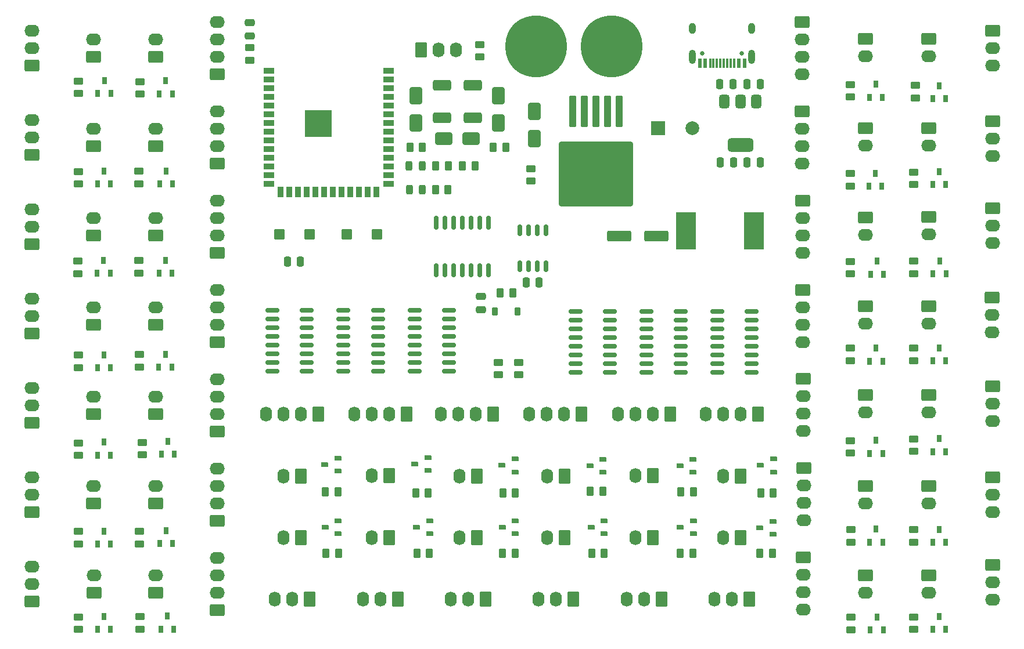
<source format=gbr>
%TF.GenerationSoftware,KiCad,Pcbnew,9.0.0*%
%TF.CreationDate,2025-03-15T02:30:36-06:00*%
%TF.ProjectId,ParallelValveController,50617261-6c6c-4656-9c56-616c7665436f,rev?*%
%TF.SameCoordinates,Original*%
%TF.FileFunction,Soldermask,Top*%
%TF.FilePolarity,Negative*%
%FSLAX46Y46*%
G04 Gerber Fmt 4.6, Leading zero omitted, Abs format (unit mm)*
G04 Created by KiCad (PCBNEW 9.0.0) date 2025-03-15 02:30:36*
%MOMM*%
%LPD*%
G01*
G04 APERTURE LIST*
G04 Aperture macros list*
%AMRoundRect*
0 Rectangle with rounded corners*
0 $1 Rounding radius*
0 $2 $3 $4 $5 $6 $7 $8 $9 X,Y pos of 4 corners*
0 Add a 4 corners polygon primitive as box body*
4,1,4,$2,$3,$4,$5,$6,$7,$8,$9,$2,$3,0*
0 Add four circle primitives for the rounded corners*
1,1,$1+$1,$2,$3*
1,1,$1+$1,$4,$5*
1,1,$1+$1,$6,$7*
1,1,$1+$1,$8,$9*
0 Add four rect primitives between the rounded corners*
20,1,$1+$1,$2,$3,$4,$5,0*
20,1,$1+$1,$4,$5,$6,$7,0*
20,1,$1+$1,$6,$7,$8,$9,0*
20,1,$1+$1,$8,$9,$2,$3,0*%
G04 Aperture macros list end*
%ADD10RoundRect,0.112500X0.387500X-0.262500X0.387500X0.262500X-0.387500X0.262500X-0.387500X-0.262500X0*%
%ADD11RoundRect,0.250000X0.620000X0.845000X-0.620000X0.845000X-0.620000X-0.845000X0.620000X-0.845000X0*%
%ADD12O,1.740000X2.190000*%
%ADD13RoundRect,0.250000X-0.845000X0.620000X-0.845000X-0.620000X0.845000X-0.620000X0.845000X0.620000X0*%
%ADD14O,2.190000X1.740000*%
%ADD15RoundRect,0.150000X-0.850000X-0.150000X0.850000X-0.150000X0.850000X0.150000X-0.850000X0.150000X0*%
%ADD16RoundRect,0.250000X-0.450000X0.262500X-0.450000X-0.262500X0.450000X-0.262500X0.450000X0.262500X0*%
%ADD17RoundRect,0.112500X-0.262500X-0.387500X0.262500X-0.387500X0.262500X0.387500X-0.262500X0.387500X0*%
%ADD18RoundRect,0.225000X-0.575000X-0.525000X0.575000X-0.525000X0.575000X0.525000X-0.575000X0.525000X0*%
%ADD19C,9.000000*%
%ADD20RoundRect,0.250000X0.845000X-0.620000X0.845000X0.620000X-0.845000X0.620000X-0.845000X-0.620000X0*%
%ADD21RoundRect,0.250000X0.650000X-1.000000X0.650000X1.000000X-0.650000X1.000000X-0.650000X-1.000000X0*%
%ADD22RoundRect,0.250000X0.250000X0.475000X-0.250000X0.475000X-0.250000X-0.475000X0.250000X-0.475000X0*%
%ADD23RoundRect,0.250000X-0.262500X-0.450000X0.262500X-0.450000X0.262500X0.450000X-0.262500X0.450000X0*%
%ADD24RoundRect,0.250000X-0.650000X1.000000X-0.650000X-1.000000X0.650000X-1.000000X0.650000X1.000000X0*%
%ADD25RoundRect,0.250000X-0.250000X-0.475000X0.250000X-0.475000X0.250000X0.475000X-0.250000X0.475000X0*%
%ADD26RoundRect,0.250000X-0.300000X2.050000X-0.300000X-2.050000X0.300000X-2.050000X0.300000X2.050000X0*%
%ADD27RoundRect,0.250002X-5.149998X4.449998X-5.149998X-4.449998X5.149998X-4.449998X5.149998X4.449998X0*%
%ADD28RoundRect,0.250000X0.475000X-0.250000X0.475000X0.250000X-0.475000X0.250000X-0.475000X-0.250000X0*%
%ADD29RoundRect,0.250000X-0.620000X-0.845000X0.620000X-0.845000X0.620000X0.845000X-0.620000X0.845000X0*%
%ADD30RoundRect,0.250000X0.450000X-0.262500X0.450000X0.262500X-0.450000X0.262500X-0.450000X-0.262500X0*%
%ADD31RoundRect,0.250000X0.262500X0.450000X-0.262500X0.450000X-0.262500X-0.450000X0.262500X-0.450000X0*%
%ADD32RoundRect,0.249999X1.075001X-0.512501X1.075001X0.512501X-1.075001X0.512501X-1.075001X-0.512501X0*%
%ADD33RoundRect,0.150000X-0.150000X0.837500X-0.150000X-0.837500X0.150000X-0.837500X0.150000X0.837500X0*%
%ADD34RoundRect,0.250000X-1.000000X-0.650000X1.000000X-0.650000X1.000000X0.650000X-1.000000X0.650000X0*%
%ADD35RoundRect,0.375000X-0.375000X0.625000X-0.375000X-0.625000X0.375000X-0.625000X0.375000X0.625000X0*%
%ADD36RoundRect,0.500000X-1.400000X0.500000X-1.400000X-0.500000X1.400000X-0.500000X1.400000X0.500000X0*%
%ADD37RoundRect,0.243750X-0.243750X-0.456250X0.243750X-0.456250X0.243750X0.456250X-0.243750X0.456250X0*%
%ADD38R,2.000000X2.000000*%
%ADD39C,2.000000*%
%ADD40RoundRect,0.150000X-0.150000X0.675000X-0.150000X-0.675000X0.150000X-0.675000X0.150000X0.675000X0*%
%ADD41R,1.500000X0.900000*%
%ADD42R,0.900000X1.500000*%
%ADD43C,0.600000*%
%ADD44R,3.900000X3.900000*%
%ADD45C,0.650000*%
%ADD46R,0.600000X1.450000*%
%ADD47R,0.300000X1.450000*%
%ADD48O,1.000000X2.100000*%
%ADD49O,1.000000X1.600000*%
%ADD50RoundRect,0.250000X-0.475000X0.250000X-0.475000X-0.250000X0.475000X-0.250000X0.475000X0.250000X0*%
%ADD51R,2.900000X5.400000*%
%ADD52RoundRect,0.225000X0.225000X0.375000X-0.225000X0.375000X-0.225000X-0.375000X0.225000X-0.375000X0*%
%ADD53RoundRect,0.249999X-1.075001X0.512501X-1.075001X-0.512501X1.075001X-0.512501X1.075001X0.512501X0*%
%ADD54RoundRect,0.250000X1.500000X0.550000X-1.500000X0.550000X-1.500000X-0.550000X1.500000X-0.550000X0*%
G04 APERTURE END LIST*
D10*
%TO.C,Q13*%
X190350000Y-128800000D03*
X192250000Y-129750000D03*
X192250000Y-127850000D03*
%TD*%
D11*
%TO.C,J51*%
X149100500Y-121250000D03*
D12*
X146560500Y-121250000D03*
%TD*%
D13*
%TO.C,J76*%
X196750000Y-120108333D03*
D14*
X196750000Y-122648333D03*
X196750000Y-125188333D03*
X196750000Y-127728333D03*
%TD*%
D15*
%TO.C,U9*%
X163500000Y-97250000D03*
X163500000Y-98520000D03*
X163500000Y-99790000D03*
X163500000Y-101060000D03*
X163500000Y-102330000D03*
X163500000Y-103600000D03*
X163500000Y-104870000D03*
X163500000Y-106140000D03*
X168500000Y-106140000D03*
X168500000Y-104870000D03*
X168500000Y-103600000D03*
X168500000Y-102330000D03*
X168500000Y-101060000D03*
X168500000Y-99790000D03*
X168500000Y-98520000D03*
X168500000Y-97250000D03*
%TD*%
D11*
%TO.C,J69*%
X126000833Y-112250000D03*
D12*
X123460833Y-112250000D03*
X120920833Y-112250000D03*
X118380833Y-112250000D03*
%TD*%
D16*
%TO.C,R15*%
X212750000Y-141837500D03*
X212750000Y-143662500D03*
%TD*%
D13*
%TO.C,J41*%
X215000000Y-57460000D03*
D14*
X215000000Y-60000000D03*
%TD*%
D16*
%TO.C,R36*%
X99850000Y-89787500D03*
X99850000Y-91612500D03*
%TD*%
D17*
%TO.C,Q2*%
X94750000Y-76700000D03*
X93800000Y-78600000D03*
X95700000Y-78600000D03*
%TD*%
D11*
%TO.C,J50*%
X136280666Y-121230000D03*
D12*
X133740666Y-121230000D03*
%TD*%
D11*
%TO.C,J11*%
X150370500Y-139250000D03*
D12*
X147830500Y-139250000D03*
X145290500Y-139250000D03*
%TD*%
D18*
%TO.C,SW2*%
X130131200Y-85940000D03*
X134500000Y-85940000D03*
%TD*%
D11*
%TO.C,J33*%
X174740167Y-130230000D03*
D12*
X172200167Y-130230000D03*
%TD*%
D11*
%TO.C,J12*%
X163190333Y-139250000D03*
D12*
X160650333Y-139250000D03*
X158110333Y-139250000D03*
%TD*%
D19*
%TO.C,J83*%
X157750000Y-58500000D03*
X168750000Y-58500000D03*
%TD*%
D20*
%TO.C,J22*%
X93238375Y-60020000D03*
D14*
X93238375Y-57480000D03*
%TD*%
D13*
%TO.C,J79*%
X196570000Y-81043333D03*
D14*
X196570000Y-83583333D03*
X196570000Y-86123333D03*
X196570000Y-88663333D03*
%TD*%
D13*
%TO.C,J37*%
X215000000Y-109460000D03*
D14*
X215000000Y-112000000D03*
%TD*%
D20*
%TO.C,J62*%
X111238375Y-62560000D03*
D14*
X111238375Y-60020000D03*
X111238375Y-57480000D03*
X111238375Y-54940000D03*
%TD*%
D21*
%TO.C,TVS1*%
X152250000Y-69750000D03*
X152250000Y-65750000D03*
%TD*%
D22*
%TO.C,C6*%
X123400000Y-89940000D03*
X121500000Y-89940000D03*
%TD*%
D16*
%TO.C,R32*%
X203500000Y-77087500D03*
X203500000Y-78912500D03*
%TD*%
%TO.C,R5*%
X91000000Y-103587500D03*
X91000000Y-105412500D03*
%TD*%
%TO.C,R20*%
X212750000Y-76887500D03*
X212750000Y-78712500D03*
%TD*%
D23*
%TO.C,R14*%
X190337500Y-132500000D03*
X192162500Y-132500000D03*
%TD*%
D13*
%TO.C,J59*%
X205750000Y-83500000D03*
D14*
X205750000Y-86040000D03*
%TD*%
D24*
%TO.C,TVS3*%
X140250000Y-65750000D03*
X140250000Y-69750000D03*
%TD*%
D17*
%TO.C,Q17*%
X216500000Y-102550000D03*
X215550000Y-104450000D03*
X217450000Y-104450000D03*
%TD*%
D20*
%TO.C,J68*%
X111270000Y-140810000D03*
D14*
X111270000Y-138270000D03*
X111270000Y-135730000D03*
X111270000Y-133190000D03*
%TD*%
D25*
%TO.C,C2*%
X188500000Y-64000000D03*
X190400000Y-64000000D03*
%TD*%
D26*
%TO.C,U6*%
X169875000Y-68025000D03*
X168175000Y-68025000D03*
X166475000Y-68025000D03*
D27*
X166475000Y-77175000D03*
D26*
X164775000Y-68025000D03*
X163075000Y-68025000D03*
%TD*%
D16*
%TO.C,R6*%
X91000000Y-116425000D03*
X91000000Y-118250000D03*
%TD*%
D13*
%TO.C,J75*%
X196660000Y-133130000D03*
D14*
X196660000Y-135670000D03*
X196660000Y-138210000D03*
X196660000Y-140750000D03*
%TD*%
D28*
%TO.C,C9*%
X149662500Y-96950000D03*
X149662500Y-95050000D03*
%TD*%
D20*
%TO.C,J48*%
X102270000Y-138270000D03*
D14*
X102270000Y-135730000D03*
%TD*%
D13*
%TO.C,J18*%
X224230000Y-95170000D03*
D14*
X224230000Y-97710000D03*
X224230000Y-100250000D03*
%TD*%
D20*
%TO.C,J45*%
X102238375Y-99145000D03*
D14*
X102238375Y-96605000D03*
%TD*%
D29*
%TO.C,J82*%
X140960000Y-59020000D03*
D12*
X143500000Y-59020000D03*
X146040000Y-59020000D03*
%TD*%
D20*
%TO.C,J44*%
X102238375Y-86103333D03*
D14*
X102238375Y-83563333D03*
%TD*%
D17*
%TO.C,Q38*%
X207300000Y-102600000D03*
X206350000Y-104500000D03*
X208250000Y-104500000D03*
%TD*%
D10*
%TO.C,Q25*%
X165600000Y-119750000D03*
X167500000Y-120700000D03*
X167500000Y-118800000D03*
%TD*%
D13*
%TO.C,J58*%
X205750000Y-96460000D03*
D14*
X205750000Y-99000000D03*
%TD*%
D30*
%TO.C,R51*%
X155200000Y-106500000D03*
X155200000Y-104675000D03*
%TD*%
D31*
%TO.C,R24*%
X154325000Y-94500000D03*
X152500000Y-94500000D03*
%TD*%
D10*
%TO.C,Q8*%
X127000000Y-128750000D03*
X128900000Y-129700000D03*
X128900000Y-127800000D03*
%TD*%
D16*
%TO.C,R8*%
X91000000Y-141837500D03*
X91000000Y-143662500D03*
%TD*%
D23*
%TO.C,R13*%
X178750000Y-132500000D03*
X180575000Y-132500000D03*
%TD*%
D20*
%TO.C,J8*%
X84270000Y-139540000D03*
D14*
X84270000Y-137000000D03*
X84270000Y-134460000D03*
%TD*%
D20*
%TO.C,J5*%
X84238375Y-100415000D03*
D14*
X84238375Y-97875000D03*
X84238375Y-95335000D03*
%TD*%
D17*
%TO.C,Q21*%
X103750000Y-63550000D03*
X102800000Y-65450000D03*
X104700000Y-65450000D03*
%TD*%
D20*
%TO.C,J66*%
X111238375Y-114726667D03*
D14*
X111238375Y-112186667D03*
X111238375Y-109646667D03*
X111238375Y-107106667D03*
%TD*%
D23*
%TO.C,R26*%
X143062500Y-79450000D03*
X144887500Y-79450000D03*
%TD*%
D22*
%TO.C,C4*%
X190400000Y-75500000D03*
X188500000Y-75500000D03*
%TD*%
D32*
%TO.C,F2*%
X144000000Y-68925000D03*
X144000000Y-64250000D03*
%TD*%
D13*
%TO.C,J77*%
X196705000Y-107086667D03*
D14*
X196705000Y-109626667D03*
X196705000Y-112166667D03*
X196705000Y-114706667D03*
%TD*%
D16*
%TO.C,R40*%
X100300000Y-116350000D03*
X100300000Y-118175000D03*
%TD*%
D13*
%TO.C,J16*%
X224250000Y-121420000D03*
D14*
X224250000Y-123960000D03*
X224250000Y-126500000D03*
%TD*%
D17*
%TO.C,Q33*%
X103800000Y-129200000D03*
X102850000Y-131100000D03*
X104750000Y-131100000D03*
%TD*%
D13*
%TO.C,J81*%
X196480000Y-55000000D03*
D14*
X196480000Y-57540000D03*
X196480000Y-60080000D03*
X196480000Y-62620000D03*
%TD*%
D15*
%TO.C,U4*%
X129666666Y-97075000D03*
X129666666Y-98345000D03*
X129666666Y-99615000D03*
X129666666Y-100885000D03*
X129666666Y-102155000D03*
X129666666Y-103425000D03*
X129666666Y-104695000D03*
X129666666Y-105965000D03*
X134666666Y-105965000D03*
X134666666Y-104695000D03*
X134666666Y-103425000D03*
X134666666Y-102155000D03*
X134666666Y-100885000D03*
X134666666Y-99615000D03*
X134666666Y-98345000D03*
X134666666Y-97075000D03*
%TD*%
D33*
%TO.C,U7*%
X150810000Y-84287500D03*
X149540000Y-84287500D03*
X148270000Y-84287500D03*
X147000000Y-84287500D03*
X145730000Y-84287500D03*
X144460000Y-84287500D03*
X143190000Y-84287500D03*
X143190000Y-91212500D03*
X144460000Y-91212500D03*
X145730000Y-91212500D03*
X147000000Y-91212500D03*
X148270000Y-91212500D03*
X149540000Y-91212500D03*
X150810000Y-91212500D03*
%TD*%
D30*
%TO.C,R29*%
X149500000Y-60075000D03*
X149500000Y-58250000D03*
%TD*%
D11*
%TO.C,J74*%
X190060000Y-112230000D03*
D12*
X187520000Y-112230000D03*
X184980000Y-112230000D03*
X182440000Y-112230000D03*
%TD*%
D17*
%TO.C,Q32*%
X207400000Y-141850000D03*
X206450000Y-143750000D03*
X208350000Y-143750000D03*
%TD*%
D16*
%TO.C,R49*%
X203500000Y-89925000D03*
X203500000Y-91750000D03*
%TD*%
D13*
%TO.C,J35*%
X215000000Y-135730000D03*
D14*
X215000000Y-138270000D03*
%TD*%
D11*
%TO.C,J54*%
X187560000Y-121250000D03*
D12*
X185020000Y-121250000D03*
%TD*%
D13*
%TO.C,J38*%
X215000000Y-96460000D03*
D14*
X215000000Y-99000000D03*
%TD*%
D16*
%TO.C,R4*%
X90900000Y-89887500D03*
X90900000Y-91712500D03*
%TD*%
D11*
%TO.C,J52*%
X161920333Y-121236667D03*
D12*
X159380333Y-121236667D03*
%TD*%
D17*
%TO.C,Q27*%
X103700000Y-89750000D03*
X102750000Y-91650000D03*
X104650000Y-91650000D03*
%TD*%
D31*
%TO.C,R23*%
X144912500Y-75950000D03*
X143087500Y-75950000D03*
%TD*%
D13*
%TO.C,J40*%
X215000000Y-70460000D03*
D14*
X215000000Y-73000000D03*
%TD*%
D10*
%TO.C,Q28*%
X178700000Y-119750000D03*
X180600000Y-120700000D03*
X180600000Y-118800000D03*
%TD*%
D23*
%TO.C,R11*%
X152837500Y-132500000D03*
X154662500Y-132500000D03*
%TD*%
D13*
%TO.C,J15*%
X224250000Y-134210000D03*
D14*
X224250000Y-136750000D03*
X224250000Y-139290000D03*
%TD*%
D20*
%TO.C,J4*%
X84238375Y-87373333D03*
D14*
X84238375Y-84833333D03*
X84238375Y-82293333D03*
%TD*%
D34*
%TO.C,TVS2*%
X144250000Y-72000000D03*
X148250000Y-72000000D03*
%TD*%
D17*
%TO.C,Q29*%
X103687500Y-103462500D03*
X102737500Y-105362500D03*
X104637500Y-105362500D03*
%TD*%
%TO.C,Q6*%
X94750000Y-129300000D03*
X93800000Y-131200000D03*
X95700000Y-131200000D03*
%TD*%
%TO.C,Q24*%
X103800000Y-76737500D03*
X102850000Y-78637500D03*
X104750000Y-78637500D03*
%TD*%
D13*
%TO.C,J17*%
X224250000Y-108170000D03*
D14*
X224250000Y-110710000D03*
X224250000Y-113250000D03*
%TD*%
D11*
%TO.C,J32*%
X161920333Y-130243333D03*
D12*
X159380333Y-130243333D03*
%TD*%
D22*
%TO.C,C3*%
X186500000Y-75500000D03*
X184600000Y-75500000D03*
%TD*%
D13*
%TO.C,J80*%
X196525000Y-68021667D03*
D14*
X196525000Y-70561667D03*
X196525000Y-73101667D03*
X196525000Y-75641667D03*
%TD*%
D11*
%TO.C,J9*%
X124730833Y-139250000D03*
D12*
X122190833Y-139250000D03*
X119650833Y-139250000D03*
%TD*%
D20*
%TO.C,J65*%
X111238375Y-101685000D03*
D14*
X111238375Y-99145000D03*
X111238375Y-96605000D03*
X111238375Y-94065000D03*
%TD*%
D35*
%TO.C,U2*%
X189800000Y-66600000D03*
X187500000Y-66600000D03*
D36*
X187500000Y-72900000D03*
D35*
X185200000Y-66600000D03*
%TD*%
D17*
%TO.C,Q34*%
X207300000Y-129000000D03*
X206350000Y-130900000D03*
X208250000Y-130900000D03*
%TD*%
D21*
%TO.C,D1*%
X157500000Y-72000000D03*
X157500000Y-68000000D03*
%TD*%
D37*
%TO.C,D4*%
X139287500Y-79450000D03*
X141162500Y-79450000D03*
%TD*%
D16*
%TO.C,R41*%
X203650000Y-141887500D03*
X203650000Y-143712500D03*
%TD*%
D38*
%TO.C,C7*%
X175500000Y-70500000D03*
D39*
X180500000Y-70500000D03*
%TD*%
D37*
%TO.C,D2*%
X139225000Y-75950000D03*
X141100000Y-75950000D03*
%TD*%
D23*
%TO.C,R37*%
X178825000Y-123600000D03*
X180650000Y-123600000D03*
%TD*%
D10*
%TO.C,Q39*%
X140050000Y-119500000D03*
X141950000Y-120450000D03*
X141950000Y-118550000D03*
%TD*%
D13*
%TO.C,J57*%
X205750000Y-109460000D03*
D14*
X205750000Y-112000000D03*
%TD*%
D11*
%TO.C,J71*%
X151500000Y-112250000D03*
D12*
X148960000Y-112250000D03*
X146420000Y-112250000D03*
X143880000Y-112250000D03*
%TD*%
D10*
%TO.C,Q30*%
X190450000Y-119700000D03*
X192350000Y-120650000D03*
X192350000Y-118750000D03*
%TD*%
D13*
%TO.C,J61*%
X205750000Y-57460000D03*
D14*
X205750000Y-60000000D03*
%TD*%
D16*
%TO.C,R7*%
X91000000Y-129337500D03*
X91000000Y-131162500D03*
%TD*%
D10*
%TO.C,Q37*%
X126950000Y-119600000D03*
X128850000Y-120550000D03*
X128850000Y-118650000D03*
%TD*%
D16*
%TO.C,R47*%
X203500000Y-102587500D03*
X203500000Y-104412500D03*
%TD*%
%TO.C,R42*%
X99900000Y-129350000D03*
X99900000Y-131175000D03*
%TD*%
%TO.C,R45*%
X203500000Y-116087500D03*
X203500000Y-117912500D03*
%TD*%
D17*
%TO.C,Q23*%
X207200000Y-77050000D03*
X206250000Y-78950000D03*
X208150000Y-78950000D03*
%TD*%
D16*
%TO.C,R38*%
X99937500Y-103500000D03*
X99937500Y-105325000D03*
%TD*%
D20*
%TO.C,J67*%
X111238375Y-127768333D03*
D14*
X111238375Y-125228333D03*
X111238375Y-122688333D03*
X111238375Y-120148333D03*
%TD*%
D16*
%TO.C,R25*%
X157000000Y-76387500D03*
X157000000Y-78212500D03*
%TD*%
D20*
%TO.C,J7*%
X84238375Y-126498333D03*
D14*
X84238375Y-123958333D03*
X84238375Y-121418333D03*
%TD*%
D20*
%TO.C,J3*%
X84238375Y-74331667D03*
D14*
X84238375Y-71791667D03*
X84238375Y-69251667D03*
%TD*%
D16*
%TO.C,R18*%
X212750000Y-102587500D03*
X212750000Y-104412500D03*
%TD*%
%TO.C,R21*%
X213000000Y-64250000D03*
X213000000Y-66075000D03*
%TD*%
D17*
%TO.C,Q20*%
X216500000Y-64300000D03*
X215550000Y-66200000D03*
X217450000Y-66200000D03*
%TD*%
D11*
%TO.C,J13*%
X176010167Y-139230000D03*
D12*
X173470167Y-139230000D03*
X170930167Y-139230000D03*
%TD*%
D13*
%TO.C,J39*%
X215000000Y-83460000D03*
D14*
X215000000Y-86000000D03*
%TD*%
D40*
%TO.C,U8*%
X159155000Y-85375000D03*
X157885000Y-85375000D03*
X156615000Y-85375000D03*
X155345000Y-85375000D03*
X155345000Y-90625000D03*
X156615000Y-90625000D03*
X157885000Y-90625000D03*
X159155000Y-90625000D03*
%TD*%
D41*
%TO.C,U1*%
X118750000Y-62070000D03*
X118750000Y-63340000D03*
X118750000Y-64610000D03*
X118750000Y-65880000D03*
X118750000Y-67150000D03*
X118750000Y-68420000D03*
X118750000Y-69690000D03*
X118750000Y-70960000D03*
X118750000Y-72230000D03*
X118750000Y-73500000D03*
X118750000Y-74770000D03*
X118750000Y-76040000D03*
X118750000Y-77310000D03*
X118750000Y-78580000D03*
D42*
X120515000Y-79830000D03*
X121785000Y-79830000D03*
X123055000Y-79830000D03*
X124325000Y-79830000D03*
X125595000Y-79830000D03*
X126865000Y-79830000D03*
X128135000Y-79830000D03*
X129405000Y-79830000D03*
X130675000Y-79830000D03*
X131945000Y-79830000D03*
X133215000Y-79830000D03*
X134485000Y-79830000D03*
D41*
X136250000Y-78580000D03*
X136250000Y-77310000D03*
X136250000Y-76040000D03*
X136250000Y-74770000D03*
X136250000Y-73500000D03*
X136250000Y-72230000D03*
X136250000Y-70960000D03*
X136250000Y-69690000D03*
X136250000Y-68420000D03*
X136250000Y-67150000D03*
X136250000Y-65880000D03*
X136250000Y-64610000D03*
X136250000Y-63340000D03*
X136250000Y-62070000D03*
D43*
X124600000Y-69090000D03*
X124600000Y-70490000D03*
X125300000Y-68390000D03*
X125300000Y-69790000D03*
X125300000Y-71190000D03*
X126000000Y-69090000D03*
D44*
X126000000Y-69790000D03*
D43*
X126000000Y-70490000D03*
X126700000Y-68390000D03*
X126700000Y-69790000D03*
X126700000Y-71190000D03*
X127400000Y-69090000D03*
X127400000Y-70490000D03*
%TD*%
D10*
%TO.C,Q12*%
X178750000Y-128750000D03*
X180650000Y-129700000D03*
X180650000Y-127800000D03*
%TD*%
D17*
%TO.C,Q5*%
X94750000Y-116300000D03*
X93800000Y-118200000D03*
X95700000Y-118200000D03*
%TD*%
D16*
%TO.C,R43*%
X203600000Y-129087500D03*
X203600000Y-130912500D03*
%TD*%
D11*
%TO.C,J29*%
X123460833Y-130250000D03*
D12*
X120920833Y-130250000D03*
%TD*%
D17*
%TO.C,Q14*%
X216500000Y-141750000D03*
X215550000Y-143650000D03*
X217450000Y-143650000D03*
%TD*%
%TO.C,Q19*%
X216500000Y-76800000D03*
X215550000Y-78700000D03*
X217450000Y-78700000D03*
%TD*%
%TO.C,Q35*%
X103950000Y-141700000D03*
X103000000Y-143600000D03*
X104900000Y-143600000D03*
%TD*%
D11*
%TO.C,J53*%
X174740167Y-121230000D03*
D12*
X172200167Y-121230000D03*
%TD*%
D23*
%TO.C,R46*%
X127037500Y-123550000D03*
X128862500Y-123550000D03*
%TD*%
D31*
%TO.C,R27*%
X153325000Y-73250000D03*
X151500000Y-73250000D03*
%TD*%
D45*
%TO.C,J1*%
X187740000Y-59555000D03*
X181960000Y-59555000D03*
D46*
X188100000Y-61000000D03*
X187300000Y-61000000D03*
D47*
X186100000Y-61000000D03*
X185100000Y-61000000D03*
X184600000Y-61000000D03*
X183600000Y-61000000D03*
D46*
X182400000Y-61000000D03*
X181600000Y-61000000D03*
X181600000Y-61000000D03*
X182400000Y-61000000D03*
D47*
X183100000Y-61000000D03*
X184100000Y-61000000D03*
X185600000Y-61000000D03*
X186600000Y-61000000D03*
D46*
X187300000Y-61000000D03*
X188100000Y-61000000D03*
D48*
X189170000Y-60085000D03*
D49*
X189170000Y-55905000D03*
D48*
X180530000Y-60085000D03*
D49*
X180530000Y-55905000D03*
%TD*%
D17*
%TO.C,Q40*%
X207450000Y-89900000D03*
X206500000Y-91800000D03*
X208400000Y-91800000D03*
%TD*%
D20*
%TO.C,J6*%
X84238375Y-113456667D03*
D14*
X84238375Y-110916667D03*
X84238375Y-108376667D03*
%TD*%
D16*
%TO.C,R44*%
X100000000Y-141787500D03*
X100000000Y-143612500D03*
%TD*%
D22*
%TO.C,C10*%
X158200000Y-93000000D03*
X156300000Y-93000000D03*
%TD*%
D23*
%TO.C,R34*%
X165637500Y-123500000D03*
X167462500Y-123500000D03*
%TD*%
D17*
%TO.C,Q18*%
X216550000Y-89850000D03*
X215600000Y-91750000D03*
X217500000Y-91750000D03*
%TD*%
D16*
%TO.C,R17*%
X212750000Y-115837500D03*
X212750000Y-117662500D03*
%TD*%
D17*
%TO.C,Q16*%
X216500000Y-115800000D03*
X215550000Y-117700000D03*
X217450000Y-117700000D03*
%TD*%
D23*
%TO.C,R39*%
X190487500Y-123700000D03*
X192312500Y-123700000D03*
%TD*%
D22*
%TO.C,C1*%
X186400000Y-64000000D03*
X184500000Y-64000000D03*
%TD*%
D16*
%TO.C,R30*%
X100000000Y-63675000D03*
X100000000Y-65500000D03*
%TD*%
D20*
%TO.C,J47*%
X102238375Y-125228333D03*
D14*
X102238375Y-122688333D03*
%TD*%
D23*
%TO.C,R31*%
X152887500Y-123700000D03*
X154712500Y-123700000D03*
%TD*%
D16*
%TO.C,R1*%
X116000000Y-58725000D03*
X116000000Y-60550000D03*
%TD*%
D50*
%TO.C,C5*%
X116000000Y-55100000D03*
X116000000Y-57000000D03*
%TD*%
D30*
%TO.C,R50*%
X152250000Y-106500000D03*
X152250000Y-104675000D03*
%TD*%
D16*
%TO.C,R3*%
X91000000Y-76787500D03*
X91000000Y-78612500D03*
%TD*%
D31*
%TO.C,R22*%
X148825000Y-75950000D03*
X147000000Y-75950000D03*
%TD*%
D10*
%TO.C,Q10*%
X152800000Y-128750000D03*
X154700000Y-129700000D03*
X154700000Y-127800000D03*
%TD*%
D51*
%TO.C,L1*%
X189450000Y-85500000D03*
X179550000Y-85500000D03*
%TD*%
D17*
%TO.C,Q15*%
X216500000Y-129050000D03*
X215550000Y-130950000D03*
X217450000Y-130950000D03*
%TD*%
D11*
%TO.C,J31*%
X149100500Y-130250000D03*
D12*
X146560500Y-130250000D03*
%TD*%
D13*
%TO.C,J78*%
X196615000Y-94065000D03*
D14*
X196615000Y-96605000D03*
X196615000Y-99145000D03*
X196615000Y-101685000D03*
%TD*%
D13*
%TO.C,J36*%
X215000000Y-122730000D03*
D14*
X215000000Y-125270000D03*
%TD*%
D13*
%TO.C,J56*%
X205750000Y-122710000D03*
D14*
X205750000Y-125250000D03*
%TD*%
D11*
%TO.C,J34*%
X187560000Y-130230000D03*
D12*
X185020000Y-130230000D03*
%TD*%
D23*
%TO.C,R12*%
X165837500Y-132500000D03*
X167662500Y-132500000D03*
%TD*%
D17*
%TO.C,Q31*%
X104050000Y-116200000D03*
X103100000Y-118100000D03*
X105000000Y-118100000D03*
%TD*%
D16*
%TO.C,R19*%
X212750000Y-89887500D03*
X212750000Y-91712500D03*
%TD*%
%TO.C,R2*%
X91000000Y-63587500D03*
X91000000Y-65412500D03*
%TD*%
D17*
%TO.C,Q7*%
X94750000Y-141750000D03*
X93800000Y-143650000D03*
X95700000Y-143650000D03*
%TD*%
D20*
%TO.C,J63*%
X111238375Y-75601667D03*
D14*
X111238375Y-73061667D03*
X111238375Y-70521667D03*
X111238375Y-67981667D03*
%TD*%
D23*
%TO.C,R10*%
X140337500Y-132500000D03*
X142162500Y-132500000D03*
%TD*%
D17*
%TO.C,Q1*%
X94800000Y-63500000D03*
X93850000Y-65400000D03*
X95750000Y-65400000D03*
%TD*%
D11*
%TO.C,J14*%
X188830000Y-139250000D03*
D12*
X186290000Y-139250000D03*
X183750000Y-139250000D03*
%TD*%
D20*
%TO.C,J46*%
X102238375Y-112186667D03*
D14*
X102238375Y-109646667D03*
%TD*%
D15*
%TO.C,U3*%
X119333333Y-97075000D03*
X119333333Y-98345000D03*
X119333333Y-99615000D03*
X119333333Y-100885000D03*
X119333333Y-102155000D03*
X119333333Y-103425000D03*
X119333333Y-104695000D03*
X119333333Y-105965000D03*
X124333333Y-105965000D03*
X124333333Y-104695000D03*
X124333333Y-103425000D03*
X124333333Y-102155000D03*
X124333333Y-100885000D03*
X124333333Y-99615000D03*
X124333333Y-98345000D03*
X124333333Y-97075000D03*
%TD*%
D13*
%TO.C,J21*%
X224250000Y-56250000D03*
D14*
X224250000Y-58790000D03*
X224250000Y-61330000D03*
%TD*%
D10*
%TO.C,Q11*%
X165750000Y-128750000D03*
X167650000Y-129700000D03*
X167650000Y-127800000D03*
%TD*%
D13*
%TO.C,J55*%
X205730000Y-135730000D03*
D14*
X205730000Y-138270000D03*
%TD*%
D10*
%TO.C,Q9*%
X140300000Y-128750000D03*
X142200000Y-129700000D03*
X142200000Y-127800000D03*
%TD*%
D20*
%TO.C,J28*%
X93270000Y-138270000D03*
D14*
X93270000Y-135730000D03*
%TD*%
D15*
%TO.C,U5*%
X140000000Y-97055000D03*
X140000000Y-98325000D03*
X140000000Y-99595000D03*
X140000000Y-100865000D03*
X140000000Y-102135000D03*
X140000000Y-103405000D03*
X140000000Y-104675000D03*
X140000000Y-105945000D03*
X145000000Y-105945000D03*
X145000000Y-104675000D03*
X145000000Y-103405000D03*
X145000000Y-102135000D03*
X145000000Y-100865000D03*
X145000000Y-99595000D03*
X145000000Y-98325000D03*
X145000000Y-97055000D03*
%TD*%
D52*
%TO.C,D3*%
X155062500Y-97250000D03*
X151762500Y-97250000D03*
%TD*%
D20*
%TO.C,J27*%
X93238375Y-125228333D03*
D14*
X93238375Y-122688333D03*
%TD*%
D17*
%TO.C,Q36*%
X207300000Y-116050000D03*
X206350000Y-117950000D03*
X208250000Y-117950000D03*
%TD*%
D53*
%TO.C,F1*%
X148500000Y-64250000D03*
X148500000Y-68925000D03*
%TD*%
D11*
%TO.C,J49*%
X123460833Y-121250000D03*
D12*
X120920833Y-121250000D03*
%TD*%
D20*
%TO.C,J64*%
X111238375Y-88643333D03*
D14*
X111238375Y-86103333D03*
X111238375Y-83563333D03*
X111238375Y-81023333D03*
%TD*%
D13*
%TO.C,J19*%
X224250000Y-82170000D03*
D14*
X224250000Y-84710000D03*
X224250000Y-87250000D03*
%TD*%
D17*
%TO.C,Q26*%
X207250000Y-64050000D03*
X206300000Y-65950000D03*
X208200000Y-65950000D03*
%TD*%
%TO.C,Q3*%
X94700000Y-89750000D03*
X93750000Y-91650000D03*
X95650000Y-91650000D03*
%TD*%
%TO.C,Q4*%
X94750000Y-103550000D03*
X93800000Y-105450000D03*
X95700000Y-105450000D03*
%TD*%
D11*
%TO.C,J73*%
X177310000Y-112230000D03*
D12*
X174770000Y-112230000D03*
X172230000Y-112230000D03*
X169690000Y-112230000D03*
%TD*%
D20*
%TO.C,J42*%
X102238375Y-60020000D03*
D14*
X102238375Y-57480000D03*
%TD*%
D31*
%TO.C,R28*%
X141162500Y-73250000D03*
X139337500Y-73250000D03*
%TD*%
D16*
%TO.C,R35*%
X203500000Y-64087500D03*
X203500000Y-65912500D03*
%TD*%
D10*
%TO.C,Q22*%
X152750000Y-119700000D03*
X154650000Y-120650000D03*
X154650000Y-118750000D03*
%TD*%
D23*
%TO.C,R48*%
X140200000Y-123700000D03*
X142025000Y-123700000D03*
%TD*%
D20*
%TO.C,J25*%
X93238375Y-99145000D03*
D14*
X93238375Y-96605000D03*
%TD*%
D15*
%TO.C,U10*%
X173833334Y-97230000D03*
X173833334Y-98500000D03*
X173833334Y-99770000D03*
X173833334Y-101040000D03*
X173833334Y-102310000D03*
X173833334Y-103580000D03*
X173833334Y-104850000D03*
X173833334Y-106120000D03*
X178833334Y-106120000D03*
X178833334Y-104850000D03*
X178833334Y-103580000D03*
X178833334Y-102310000D03*
X178833334Y-101040000D03*
X178833334Y-99770000D03*
X178833334Y-98500000D03*
X178833334Y-97230000D03*
%TD*%
D20*
%TO.C,J26*%
X93238375Y-112186667D03*
D14*
X93238375Y-109646667D03*
%TD*%
D20*
%TO.C,J23*%
X93238375Y-73061667D03*
D14*
X93238375Y-70521667D03*
%TD*%
D20*
%TO.C,J43*%
X102238375Y-73061667D03*
D14*
X102238375Y-70521667D03*
%TD*%
D13*
%TO.C,J60*%
X205750000Y-70500000D03*
D14*
X205750000Y-73040000D03*
%TD*%
D13*
%TO.C,J20*%
X224250000Y-69420000D03*
D14*
X224250000Y-71960000D03*
X224250000Y-74500000D03*
%TD*%
D11*
%TO.C,J72*%
X164370000Y-112250000D03*
D12*
X161830000Y-112250000D03*
X159290000Y-112250000D03*
X156750000Y-112250000D03*
%TD*%
D54*
%TO.C,C8*%
X175250000Y-86250000D03*
X169850000Y-86250000D03*
%TD*%
D18*
%TO.C,SW1*%
X120315600Y-85940000D03*
X124684400Y-85940000D03*
%TD*%
D11*
%TO.C,J30*%
X136280666Y-130230000D03*
D12*
X133740666Y-130230000D03*
%TD*%
D15*
%TO.C,U11*%
X184166667Y-97250000D03*
X184166667Y-98520000D03*
X184166667Y-99790000D03*
X184166667Y-101060000D03*
X184166667Y-102330000D03*
X184166667Y-103600000D03*
X184166667Y-104870000D03*
X184166667Y-106140000D03*
X189166667Y-106140000D03*
X189166667Y-104870000D03*
X189166667Y-103600000D03*
X189166667Y-102330000D03*
X189166667Y-101060000D03*
X189166667Y-99790000D03*
X189166667Y-98520000D03*
X189166667Y-97250000D03*
%TD*%
D16*
%TO.C,R16*%
X212750000Y-129087500D03*
X212750000Y-130912500D03*
%TD*%
D11*
%TO.C,J10*%
X137550666Y-139230000D03*
D12*
X135010666Y-139230000D03*
X132470666Y-139230000D03*
%TD*%
D16*
%TO.C,R33*%
X99850000Y-76775000D03*
X99850000Y-78600000D03*
%TD*%
D20*
%TO.C,J2*%
X84238375Y-61290000D03*
D14*
X84238375Y-58750000D03*
X84238375Y-56210000D03*
%TD*%
D20*
%TO.C,J24*%
X93238375Y-86103333D03*
D14*
X93238375Y-83563333D03*
%TD*%
D11*
%TO.C,J70*%
X138820666Y-112230000D03*
D12*
X136280666Y-112230000D03*
X133740666Y-112230000D03*
X131200666Y-112230000D03*
%TD*%
D23*
%TO.C,R9*%
X127087500Y-132500000D03*
X128912500Y-132500000D03*
%TD*%
M02*

</source>
